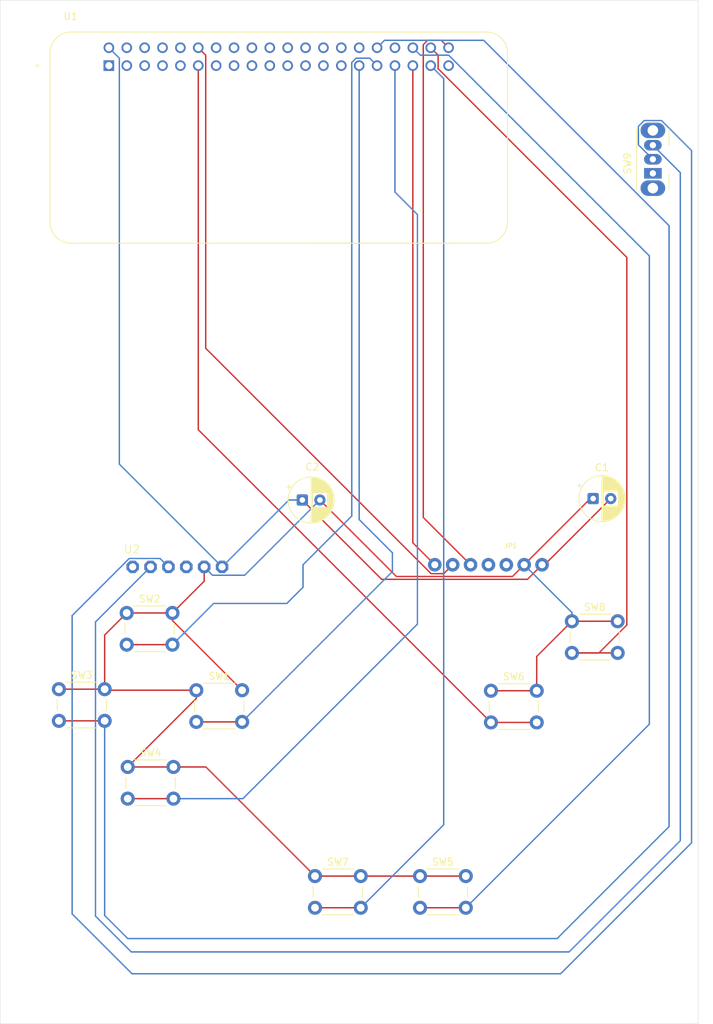
<source format=kicad_pcb>
(kicad_pcb (version 20241229) (generator "pcbnew") (generator_version "9.0")
  (layers (0 "F.Cu" signal) (2 "B.Cu" signal) (13 "F.Paste" user) (15 "B.Paste" user) (5 "F.SilkS" user "F.Silkscreen") (7 "B.SilkS" user "B.Silkscreen") (1 "F.Mask" user) (3 "B.Mask" user) (25 "Edge.Cuts" user))
  (net 0 "")
  (net 5 "Net-(U1-GPIO21)")
  (net 6 "Net-(U1-GPIO19)")
  (net 9 "Net-(U1-GPIO18{slash}GPIO_GEN1)")
  (net 11 "GND")
  (net 13 "Net-(U1-GPIO5)")
  (net 14 "Net-(U1-GPIO6)")
  (net 21 "Net-(U1-GPIO12)")
  (net 23 "Net-(U1-5V_2)")
  (net 31 "Net-(U1-GPIO13)")
  (net 32 "Net-(U1-GPIO16)")
  (net 33 "Net-(U1-GPIO17{slash}GPIO_GEN0)")
  (net 36 "Net-(U1-GPIO26)")
  (net 43 "Net-(U1-GPIO20)")
  (net 45 "Net-(SW9-B)")
  (net 47 "Net-(SW9-C)")
  (footprint "as-is:MODULE_RASPBERRY_PI_ZERO_2_W" (layer "F.Cu") (at 110.3875 47.0375)
    (property "Reference" "U1" (at -29.569 -17.2162 0) (layer "F.SilkS") (effects (font (size 1.00189 1.00189))))
    (property "Value" "RASPBERRY_PI_ZERO_2_W")
    (pad "" np_thru_hole circle (at -29 -11.5) (size 2.75 2.75) (drill 2.75) (layers "*.Cu" "*.Mask"))
    (pad "" np_thru_hole circle (at -29 11.5) (size 2.75 2.75) (drill 2.75) (layers "*.Cu" "*.Mask"))
    (pad "" np_thru_hole circle (at 29 -11.5) (size 2.75 2.75) (drill 2.75) (layers "*.Cu" "*.Mask"))
    (pad "" np_thru_hole circle (at 29 11.5) (size 2.75 2.75) (drill 2.75) (layers "*.Cu" "*.Mask"))
    (pad "1" thru_hole rect (at -24.13 -10.23) (size 1.508 1.508) (drill 1) (layers "*.Cu" "*.Mask"))
    (pad "2" thru_hole circle (at -24.13 -12.77) (size 1.508 1.508) (drill 1) (layers "*.Cu" "*.Mask") (net 23 "Net-(U1-5V_2)"))
    (pad "3" thru_hole circle (at -21.59 -10.23) (size 1.508 1.508) (drill 1) (layers "*.Cu" "*.Mask"))
    (pad "4" thru_hole circle (at -21.59 -12.77) (size 1.508 1.508) (drill 1) (layers "*.Cu" "*.Mask"))
    (pad "5" thru_hole circle (at -19.05 -10.23) (size 1.508 1.508) (drill 1) (layers "*.Cu" "*.Mask"))
    (pad "6" thru_hole circle (at -19.05 -12.77) (size 1.508 1.508) (drill 1) (layers "*.Cu" "*.Mask"))
    (pad "7" thru_hole circle (at -16.51 -10.23) (size 1.508 1.508) (drill 1) (layers "*.Cu" "*.Mask"))
    (pad "8" thru_hole circle (at -16.51 -12.77) (size 1.508 1.508) (drill 1) (layers "*.Cu" "*.Mask"))
    (pad "9" thru_hole circle (at -13.97 -10.23) (size 1.508 1.508) (drill 1) (layers "*.Cu" "*.Mask"))
    (pad "10" thru_hole circle (at -13.97 -12.77) (size 1.508 1.508) (drill 1) (layers "*.Cu" "*.Mask"))
    (pad "11" thru_hole circle (at -11.43 -10.23) (size 1.508 1.508) (drill 1) (layers "*.Cu" "*.Mask") (net 33 "Net-(U1-GPIO17{slash}GPIO_GEN0)"))
    (pad "12" thru_hole circle (at -11.43 -12.77) (size 1.508 1.508) (drill 1) (layers "*.Cu" "*.Mask") (net 9 "Net-(U1-GPIO18{slash}GPIO_GEN1)"))
    (pad "13" thru_hole circle (at -8.89 -10.23) (size 1.508 1.508) (drill 1) (layers "*.Cu" "*.Mask"))
    (pad "14" thru_hole circle (at -8.89 -12.77) (size 1.508 1.508) (drill 1) (layers "*.Cu" "*.Mask"))
    (pad "15" thru_hole circle (at -6.35 -10.23) (size 1.508 1.508) (drill 1) (layers "*.Cu" "*.Mask"))
    (pad "16" thru_hole circle (at -6.35 -12.77) (size 1.508 1.508) (drill 1) (layers "*.Cu" "*.Mask"))
    (pad "17" thru_hole circle (at -3.81 -10.23) (size 1.508 1.508) (drill 1) (layers "*.Cu" "*.Mask"))
    (pad "18" thru_hole circle (at -3.81 -12.77) (size 1.508 1.508) (drill 1) (layers "*.Cu" "*.Mask"))
    (pad "19" thru_hole circle (at -1.27 -10.23) (size 1.508 1.508) (drill 1) (layers "*.Cu" "*.Mask"))
    (pad "20" thru_hole circle (at -1.27 -12.77) (size 1.508 1.508) (drill 1) (layers "*.Cu" "*.Mask"))
    (pad "21" thru_hole circle (at 1.27 -10.23) (size 1.508 1.508) (drill 1) (layers "*.Cu" "*.Mask"))
    (pad "22" thru_hole circle (at 1.27 -12.77) (size 1.508 1.508) (drill 1) (layers "*.Cu" "*.Mask"))
    (pad "23" thru_hole circle (at 3.81 -10.23) (size 1.508 1.508) (drill 1) (layers "*.Cu" "*.Mask"))
    (pad "24" thru_hole circle (at 3.81 -12.77) (size 1.508 1.508) (drill 1) (layers "*.Cu" "*.Mask"))
    (pad "25" thru_hole circle (at 6.35 -10.23) (size 1.508 1.508) (drill 1) (layers "*.Cu" "*.Mask"))
    (pad "26" thru_hole circle (at 6.35 -12.77) (size 1.508 1.508) (drill 1) (layers "*.Cu" "*.Mask"))
    (pad "27" thru_hole circle (at 8.89 -10.23) (size 1.508 1.508) (drill 1) (layers "*.Cu" "*.Mask"))
    (pad "28" thru_hole circle (at 8.89 -12.77) (size 1.508 1.508) (drill 1) (layers "*.Cu" "*.Mask"))
    (pad "29" thru_hole circle (at 11.43 -10.23) (size 1.508 1.508) (drill 1) (layers "*.Cu" "*.Mask") (net 13 "Net-(U1-GPIO5)"))
    (pad "30" thru_hole circle (at 11.43 -12.77) (size 1.508 1.508) (drill 1) (layers "*.Cu" "*.Mask"))
    (pad "31" thru_hole circle (at 13.97 -10.23) (size 1.508 1.508) (drill 1) (layers "*.Cu" "*.Mask") (net 14 "Net-(U1-GPIO6)"))
    (pad "32" thru_hole circle (at 13.97 -12.77) (size 1.508 1.508) (drill 1) (layers "*.Cu" "*.Mask") (net 21 "Net-(U1-GPIO12)"))
    (pad "33" thru_hole circle (at 16.51 -10.23) (size 1.508 1.508) (drill 1) (layers "*.Cu" "*.Mask") (net 31 "Net-(U1-GPIO13)"))
    (pad "34" thru_hole circle (at 16.51 -12.77) (size 1.508 1.508) (drill 1) (layers "*.Cu" "*.Mask"))
    (pad "35" thru_hole circle (at 19.05 -10.23) (size 1.508 1.508) (drill 1) (layers "*.Cu" "*.Mask") (net 6 "Net-(U1-GPIO19)"))
    (pad "36" thru_hole circle (at 19.05 -12.77) (size 1.508 1.508) (drill 1) (layers "*.Cu" "*.Mask") (net 32 "Net-(U1-GPIO16)"))
    (pad "37" thru_hole circle (at 21.59 -10.23) (size 1.508 1.508) (drill 1) (layers "*.Cu" "*.Mask") (net 36 "Net-(U1-GPIO26)"))
    (pad "38" thru_hole circle (at 21.59 -12.77) (size 1.508 1.508) (drill 1) (layers "*.Cu" "*.Mask") (net 43 "Net-(U1-GPIO20)"))
    (pad "39" thru_hole circle (at 24.13 -10.23) (size 1.508 1.508) (drill 1) (layers "*.Cu" "*.Mask"))
    (pad "40" thru_hole circle (at 24.13 -12.77) (size 1.508 1.508) (drill 1) (layers "*.Cu" "*.Mask") (net 5 "Net-(U1-GPIO21)"))
  )
  (footprint "Button_Switch_THT:SW_PUSH_6mm_H5mm" (layer "F.Cu") (at 140.5375 125.6125)
    (property "Reference" "SW6" (at 3.25 -2 0) (layer "F.SilkS"))
    (property "Value" "SW_Push")
    (pad "1" thru_hole circle (at 0 0 90) (size 2 2) (drill 1.1) (layers "*.Cu" "*.Mask") (net 11 "GND"))
    (pad "1" thru_hole circle (at 6.5 0 90) (size 2 2) (drill 1.1) (layers "*.Cu" "*.Mask") (net 11 "GND"))
    (pad "2" thru_hole circle (at 0 4.5 90) (size 2 2) (drill 1.1) (layers "*.Cu" "*.Mask") (net 33 "Net-(U1-GPIO17{slash}GPIO_GEN0)"))
    (pad "2" thru_hole circle (at 6.5 4.5 90) (size 2 2) (drill 1.1) (layers "*.Cu" "*.Mask") (net 33 "Net-(U1-GPIO17{slash}GPIO_GEN0)"))
  )
  (footprint "Button_Switch_THT:SW_PUSH_6mm_H5mm" (layer "F.Cu") (at 115.5375 151.9375)
    (property "Reference" "SW7" (at 3.25 -2 0) (layer "F.SilkS"))
    (property "Value" "SW_Push")
    (pad "1" thru_hole circle (at 0 0 90) (size 2 2) (drill 1.1) (layers "*.Cu" "*.Mask") (net 11 "GND"))
    (pad "1" thru_hole circle (at 6.5 0 90) (size 2 2) (drill 1.1) (layers "*.Cu" "*.Mask") (net 11 "GND"))
    (pad "2" thru_hole circle (at 0 4.5 90) (size 2 2) (drill 1.1) (layers "*.Cu" "*.Mask") (net 36 "Net-(U1-GPIO26)"))
    (pad "2" thru_hole circle (at 6.5 4.5 90) (size 2 2) (drill 1.1) (layers "*.Cu" "*.Mask") (net 36 "Net-(U1-GPIO26)"))
  )
  (footprint "as-is:1X07_ROUND_76" (layer "F.Cu") (at 140.1775 107.7125)
    (property "Reference" "JP1" (at 2.16 -2.3 0) (layer "F.SilkS") (effects (font (size 0.666496 0.666496) (thickness 0.146304)) (justify left bottom)))
    (property "Value" "~")
    (pad "1" thru_hole circle (at -7.62 0 90) (size 1.9304 1.9304) (drill 1) (layers "*.Cu" "*.Mask") (net 6 "Net-(U1-GPIO19)"))
    (pad "2" thru_hole circle (at -5.08 0 90) (size 1.9304 1.9304) (drill 1) (layers "*.Cu" "*.Mask") (net 9 "Net-(U1-GPIO18{slash}GPIO_GEN1)"))
    (pad "3" thru_hole circle (at -2.54 0 90) (size 1.9304 1.9304) (drill 1) (layers "*.Cu" "*.Mask") (net 5 "Net-(U1-GPIO21)"))
    (pad "4" thru_hole circle (at 0 0 90) (size 1.9304 1.9304) (drill 1) (layers "*.Cu" "*.Mask"))
    (pad "5" thru_hole circle (at 2.54 0 90) (size 1.9304 1.9304) (drill 1) (layers "*.Cu" "*.Mask"))
    (pad "6" thru_hole circle (at 5.08 0 90) (size 1.9304 1.9304) (drill 1) (layers "*.Cu" "*.Mask") (net 11 "GND"))
    (pad "7" thru_hole circle (at 7.62 0 90) (size 1.9304 1.9304) (drill 1) (layers "*.Cu" "*.Mask") (net 23 "Net-(U1-5V_2)"))
  )
  (footprint "Button_Switch_THT:SW_PUSH_6mm_H5mm" (layer "F.Cu") (at 79.15625 125.3875)
    (property "Reference" "SW3" (at 3.25 -2 0) (layer "F.SilkS"))
    (property "Value" "SW_Push")
    (pad "1" thru_hole circle (at 0 0 90) (size 2 2) (drill 1.1) (layers "*.Cu" "*.Mask") (net 11 "GND"))
    (pad "1" thru_hole circle (at 6.5 0 90) (size 2 2) (drill 1.1) (layers "*.Cu" "*.Mask") (net 11 "GND"))
    (pad "2" thru_hole circle (at 0 4.5 90) (size 2 2) (drill 1.1) (layers "*.Cu" "*.Mask") (net 21 "Net-(U1-GPIO12)"))
    (pad "2" thru_hole circle (at 6.5 4.5 90) (size 2 2) (drill 1.1) (layers "*.Cu" "*.Mask") (net 21 "Net-(U1-GPIO12)"))
  )
  (footprint "Button_Switch_THT:SW_PUSH_6mm_H5mm" (layer "F.Cu") (at 88.93125 136.4375)
    (property "Reference" "SW4" (at 3.25 -2 0) (layer "F.SilkS"))
    (property "Value" "SW_Push")
    (pad "1" thru_hole circle (at 0 0 90) (size 2 2) (drill 1.1) (layers "*.Cu" "*.Mask") (net 11 "GND"))
    (pad "1" thru_hole circle (at 6.5 0 90) (size 2 2) (drill 1.1) (layers "*.Cu" "*.Mask") (net 11 "GND"))
    (pad "2" thru_hole circle (at 0 4.5 90) (size 2 2) (drill 1.1) (layers "*.Cu" "*.Mask") (net 31 "Net-(U1-GPIO13)"))
    (pad "2" thru_hole circle (at 6.5 4.5 90) (size 2 2) (drill 1.1) (layers "*.Cu" "*.Mask") (net 31 "Net-(U1-GPIO13)"))
  )
  (footprint "Button_Switch_THT:SW_PUSH_6mm_H5mm" (layer "F.Cu") (at 98.68125 125.5375)
    (property "Reference" "SW1" (at 3.25 -2 0) (layer "F.SilkS"))
    (property "Value" "SW_Push")
    (pad "1" thru_hole circle (at 0 0 90) (size 2 2) (drill 1.1) (layers "*.Cu" "*.Mask") (net 11 "GND"))
    (pad "1" thru_hole circle (at 6.5 0 90) (size 2 2) (drill 1.1) (layers "*.Cu" "*.Mask") (net 11 "GND"))
    (pad "2" thru_hole circle (at 0 4.5 90) (size 2 2) (drill 1.1) (layers "*.Cu" "*.Mask") (net 13 "Net-(U1-GPIO5)"))
    (pad "2" thru_hole circle (at 6.5 4.5 90) (size 2 2) (drill 1.1) (layers "*.Cu" "*.Mask") (net 13 "Net-(U1-GPIO5)"))
  )
  (footprint "Button_Switch_THT:SW_PUSH_6mm_H5mm" (layer "F.Cu") (at 130.4625 151.9375)
    (property "Reference" "SW5" (at 3.25 -2 0) (layer "F.SilkS"))
    (property "Value" "SW_Push")
    (pad "1" thru_hole circle (at 0 0 90) (size 2 2) (drill 1.1) (layers "*.Cu" "*.Mask") (net 11 "GND"))
    (pad "1" thru_hole circle (at 6.5 0 90) (size 2 2) (drill 1.1) (layers "*.Cu" "*.Mask") (net 11 "GND"))
    (pad "2" thru_hole circle (at 0 4.5 90) (size 2 2) (drill 1.1) (layers "*.Cu" "*.Mask") (net 32 "Net-(U1-GPIO16)"))
    (pad "2" thru_hole circle (at 6.5 4.5 90) (size 2 2) (drill 1.1) (layers "*.Cu" "*.Mask") (net 32 "Net-(U1-GPIO16)"))
  )
  (footprint "Capacitor_THT:CP_Radial_D6.3mm_P2.50mm" (layer "F.Cu") (at 155.055121 98.3125)
    (property "Reference" "C1" (at 1.25 -4.4 0) (layer "F.SilkS"))
    (property "Value" "C")
    (pad "1" thru_hole roundrect (at 0 0) (size 1.6 1.6) (drill 0.8) (layers "*.Cu" "*.Mask") (roundrect_rratio 0.15625) (net 11 "GND"))
    (pad "2" thru_hole circle (at 2.5 0) (size 1.6 1.6) (drill 0.8) (layers "*.Cu" "*.Mask") (net 23 "Net-(U1-5V_2)"))
  )
  (footprint "Capacitor_THT:CP_Radial_D6.3mm_P2.50mm" (layer "F.Cu") (at 113.7375 98.5125)
    (property "Reference" "C2" (at 1.4 -4.7 0) (layer "F.SilkS"))
    (property "Value" "C")
    (pad "1" thru_hole roundrect (at 0 0) (size 1.6 1.6) (drill 0.8) (layers "*.Cu" "*.Mask") (roundrect_rratio 0.15625) (net 23 "Net-(U1-5V_2)"))
    (pad "2" thru_hole circle (at 2.5 0) (size 1.6 1.6) (drill 0.8) (layers "*.Cu" "*.Mask") (net 11 "GND"))
  )
  (footprint "Button_Switch_THT:SW_PUSH_6mm_H5mm" (layer "F.Cu") (at 88.7875 114.5625)
    (property "Reference" "SW2" (at 3.25 -2 0) (layer "F.SilkS"))
    (property "Value" "SW_Push")
    (pad "1" thru_hole circle (at 0 0 90) (size 2 2) (drill 1.1) (layers "*.Cu" "*.Mask") (net 11 "GND"))
    (pad "1" thru_hole circle (at 6.5 0 90) (size 2 2) (drill 1.1) (layers "*.Cu" "*.Mask") (net 11 "GND"))
    (pad "2" thru_hole circle (at 0 4.5 90) (size 2 2) (drill 1.1) (layers "*.Cu" "*.Mask") (net 14 "Net-(U1-GPIO6)"))
    (pad "2" thru_hole circle (at 6.5 4.5 90) (size 2 2) (drill 1.1) (layers "*.Cu" "*.Mask") (net 14 "Net-(U1-GPIO6)"))
  )
  (footprint "as-is:1X06-CLEANBIG" (layer "F.Cu") (at 95.9875 108.0125)
    (property "Reference" "U2" (at -7.6962 -1.8288 0) (layer "F.SilkS") (effects (font (size 1.143 1.143) (thickness 0.127)) (justify left bottom)))
    (property "Value" "~")
    (pad "1" thru_hole roundrect (at -6.35 0 90) (size 1.778 1.778) (drill 1.016) (layers "*.Cu" "*.Mask") (chamfer_ratio 0.2928932188) (chamfer top_left top_right bottom_left bottom_right))
    (pad "2" thru_hole roundrect (at -3.81 0 90) (size 1.778 1.778) (drill 1.016) (layers "*.Cu" "*.Mask") (chamfer_ratio 0.2928932188) (chamfer top_left top_right bottom_left bottom_right) (net 47 "Net-(SW9-C)"))
    (pad "3" thru_hole roundrect (at -1.27 0 90) (size 1.778 1.778) (drill 1.016) (layers "*.Cu" "*.Mask") (chamfer_ratio 0.2928932188) (chamfer top_left top_right bottom_left bottom_right) (net 45 "Net-(SW9-B)"))
    (pad "4" thru_hole roundrect (at 1.27 0 90) (size 1.778 1.778) (drill 1.016) (layers "*.Cu" "*.Mask") (chamfer_ratio 0.2928932188) (chamfer top_left top_right bottom_left bottom_right))
    (pad "5" thru_hole roundrect (at 3.81 0 90) (size 1.778 1.778) (drill 1.016) (layers "*.Cu" "*.Mask") (chamfer_ratio 0.2928932188) (chamfer top_left top_right bottom_left bottom_right) (net 11 "GND"))
    (pad "6" thru_hole roundrect (at 6.35 0 90) (size 1.778 1.778) (drill 1.016) (layers "*.Cu" "*.Mask") (chamfer_ratio 0.2928932188) (chamfer top_left top_right bottom_left bottom_right) (net 23 "Net-(U1-5V_2)"))
  )
  (footprint "Button_Switch_THT:SW_Slide_SPDT_Angled_CK_OS102011MA1Q" (layer "F.Cu") (at 163.5375 52.1125 90)
    (property "Reference" "SW9" (at 1.4 -3.6 90) (layer "F.SilkS"))
    (property "Value" "SW_SPDT")
    (pad "" thru_hole oval (at -2.1 0 90) (size 2.2 3.5) (drill 1.5) (layers "*.Cu" "*.Mask"))
    (pad "" thru_hole oval (at 6.1 0 90) (size 2.2 3.5) (drill 1.5) (layers "*.Cu" "*.Mask"))
    (pad "1" thru_hole rect (at 0 0 90) (size 1.5 2.5) (drill 0.9) (layers "*.Cu" "*.Mask"))
    (pad "2" thru_hole oval (at 2 0 90) (size 1.5 2.5) (drill 0.9) (layers "*.Cu" "*.Mask") (net 45 "Net-(SW9-B)"))
    (pad "3" thru_hole oval (at 4 0 90) (size 1.5 2.5) (drill 0.9) (layers "*.Cu" "*.Mask") (net 47 "Net-(SW9-C)"))
  )
  (footprint "Button_Switch_THT:SW_PUSH_6mm_H5mm" (layer "F.Cu") (at 152.0375 115.7375)
    (property "Reference" "SW8" (at 3.25 -2 0) (layer "F.SilkS"))
    (property "Value" "SW_Push")
    (pad "1" thru_hole circle (at 0 0 90) (size 2 2) (drill 1.1) (layers "*.Cu" "*.Mask") (net 11 "GND"))
    (pad "1" thru_hole circle (at 6.5 0 90) (size 2 2) (drill 1.1) (layers "*.Cu" "*.Mask") (net 11 "GND"))
    (pad "2" thru_hole circle (at 0 4.5 90) (size 2 2) (drill 1.1) (layers "*.Cu" "*.Mask") (net 43 "Net-(U1-GPIO20)"))
    (pad "2" thru_hole circle (at 6.5 4.5 90) (size 2 2) (drill 1.1) (layers "*.Cu" "*.Mask") (net 43 "Net-(U1-GPIO20)"))
  )
  (gr_rect (start 70.8125 27.5125) (end 169.9875 172.9125) (stroke (width 0.05)) (fill no) (layer "Edge.Cuts"))
  (segment (start 131.540504 33.2125) (end 133.4625 33.2125) (width 0.2) (layer "F.Cu") (net 5))
  (segment (start 130.9225 33.830504) (end 131.540504 33.2125) (width 0.2) (layer "F.Cu") (net 5))
  (segment (start 133.4625 33.2125) (end 134.5175 34.2675) (width 0.2) (layer "F.Cu") (net 5))
  (segment (start 130.9225 100.9975) (end 130.9225 33.830504) (width 0.2) (layer "F.Cu") (net 5))
  (segment (start 137.6375 107.7125) (end 130.9225 100.9975) (width 0.2) (layer "F.Cu") (net 5))
  (segment (start 129.4375 104.5925) (end 129.4375 36.8075) (width 0.2) (layer "F.Cu") (net 6))
  (segment (start 132.5575 107.7125) (end 129.4375 104.5925) (width 0.2) (layer "F.Cu") (net 6))
  (segment (start 100.0125 35.3225) (end 98.9575 34.2675) (width 0.2) (layer "F.Cu") (net 9))
  (segment (start 133.8313 108.9787) (end 132.033022 108.9787) (width 0.2) (layer "F.Cu") (net 9))
  (segment (start 135.0975 107.7125) (end 133.8313 108.9787) (width 0.2) (layer "F.Cu") (net 9))
  (segment (start 132.033022 108.9787) (end 100.0125 76.958178) (width 0.2) (layer "F.Cu") (net 9))
  (segment (start 100.0125 76.958178) (end 100.0125 35.3225) (width 0.2) (layer "F.Cu") (net 9))
  (segment (start 98.68125 126.6875) (end 88.93125 136.4375) (width 0.2) (layer "F.Cu") (net 11))
  (segment (start 115.5375 151.9375) (end 100.0375 136.4375) (width 0.2) (layer "F.Cu") (net 11))
  (segment (start 122.0375 151.9375) (end 130.4625 151.9375) (width 0.2) (layer "F.Cu") (net 11))
  (segment (start 85.65625 117.69375) (end 85.65625 125.3875) (width 0.2) (layer "F.Cu") (net 11))
  (segment (start 85.80625 125.5375) (end 85.65625 125.3875) (width 0.2) (layer "F.Cu") (net 11))
  (segment (start 105.18125 125.5375) (end 95.2875 115.64375) (width 0.2) (layer "F.Cu") (net 11))
  (segment (start 154.788921 98.0463) (end 155.055121 98.3125) (width 0.2) (layer "F.Cu") (net 11))
  (segment (start 98.68125 125.5375) (end 98.68125 126.6875) (width 0.2) (layer "F.Cu") (net 11))
  (segment (start 130.4625 151.9375) (end 136.9625 151.9375) (width 0.2) (layer "F.Cu") (net 11))
  (segment (start 115.5375 151.9375) (end 122.0375 151.9375) (width 0.2) (layer "F.Cu") (net 11))
  (segment (start 152.0375 115.7375) (end 158.5375 115.7375) (width 0.2) (layer "F.Cu") (net 11))
  (segment (start 116.2375 98.5125) (end 127.1047 109.3797) (width 0.2) (layer "F.Cu") (net 11))
  (segment (start 147.0375 125.6125) (end 147.0375 120.7375) (width 0.2) (layer "F.Cu") (net 11))
  (segment (start 127.1047 109.3797) (end 143.5903 109.3797) (width 0.2) (layer "F.Cu") (net 11))
  (segment (start 154.6575 98.3125) (end 145.2575 107.7125) (width 0.2) (layer "F.Cu") (net 11))
  (segment (start 155.055121 98.3125) (end 154.6575 98.3125) (width 0.2) (layer "F.Cu") (net 11))
  (segment (start 98.68125 125.5375) (end 85.80625 125.5375) (width 0.2) (layer "F.Cu") (net 11))
  (segment (start 143.5903 109.3797) (end 145.2575 107.7125) (width 0.2) (layer "F.Cu") (net 11))
  (segment (start 95.2875 114.5625) (end 99.7975 110.0525) (width 0.2) (layer "F.Cu") (net 11))
  (segment (start 140.5375 125.6125) (end 147.0375 125.6125) (width 0.2) (layer "F.Cu") (net 11))
  (segment (start 147.0375 120.7375) (end 152.0375 115.7375) (width 0.2) (layer "F.Cu") (net 11))
  (segment (start 85.65625 125.3875) (end 79.15625 125.3875) (width 0.2) (layer "F.Cu") (net 11))
  (segment (start 88.93125 136.4375) (end 95.43125 136.4375) (width 0.2) (layer "F.Cu") (net 11))
  (segment (start 95.2875 115.64375) (end 95.2875 114.5625) (width 0.2) (layer "F.Cu") (net 11))
  (segment (start 100.0375 136.4375) (end 95.43125 136.4375) (width 0.2) (layer "F.Cu") (net 11))
  (segment (start 88.7875 114.5625) (end 85.65625 117.69375) (width 0.2) (layer "F.Cu") (net 11))
  (segment (start 95.2875 114.5625) (end 88.7875 114.5625) (width 0.2) (layer "F.Cu") (net 11))
  (segment (start 99.7975 110.0525) (end 99.7975 108.0125) (width 0.2) (layer "F.Cu") (net 11))
  (segment (start 100.9875 109.2025) (end 105.5475 109.2025) (width 0.2) (layer "B.Cu") (net 11))
  (segment (start 152.0375 114.4925) (end 152.0375 115.7375) (width 0.2) (layer "B.Cu") (net 11))
  (segment (start 105.5475 109.2025) (end 116.2375 98.5125) (width 0.2) (layer "B.Cu") (net 11))
  (segment (start 145.2575 107.7125) (end 152.0375 114.4925) (width 0.2) (layer "B.Cu") (net 11))
  (segment (start 99.7975 108.0125) (end 100.9875 109.2025) (width 0.2) (layer "B.Cu") (net 11))
  (segment (start 98.68125 130.0375) (end 105.18125 130.0375) (width 0.2) (layer "F.Cu") (net 13))
  (segment (start 121.8175 101.2925) (end 121.8175 36.8075) (width 0.2) (layer "B.Cu") (net 13))
  (segment (start 126.5375 108.68125) (end 126.5375 106.0125) (width 0.2) (layer "B.Cu") (net 13))
  (segment (start 105.18125 130.0375) (end 126.5375 108.68125) (width 0.2) (layer "B.Cu") (net 13))
  (segment (start 126.5375 106.0125) (end 121.8175 101.2925) (width 0.2) (layer "B.Cu") (net 13))
  (segment (start 88.7875 119.0625) (end 95.2875 119.0625) (width 0.2) (layer "F.Cu") (net 14))
  (segment (start 120.7625 100.7875) (end 120.7625 36.370504) (width 0.2) (layer "B.Cu") (net 14))
  (segment (start 113.8375 107.7125) (end 120.7625 100.7875) (width 0.2) (layer "B.Cu") (net 14))
  (segment (start 123.3025 35.7525) (end 124.3575 36.8075) (width 0.2) (layer "B.Cu") (net 14))
  (segment (start 113.8375 110.9125) (end 113.8375 107.7125) (width 0.2) (layer "B.Cu") (net 14))
  (segment (start 121.380504 35.7525) (end 123.3025 35.7525) (width 0.2) (layer "B.Cu") (net 14))
  (segment (start 120.7625 36.370504) (end 121.380504 35.7525) (width 0.2) (layer "B.Cu") (net 14))
  (segment (start 95.2875 119.0625) (end 101.1375 113.2125) (width 0.2) (layer "B.Cu") (net 14))
  (segment (start 111.5375 113.2125) (end 113.8375 110.9125) (width 0.2) (layer "B.Cu") (net 14))
  (segment (start 101.1375 113.2125) (end 111.5375 113.2125) (width 0.2) (layer "B.Cu") (net 14))
  (segment (start 79.15625 129.8875) (end 85.65625 129.8875) (width 0.2) (layer "F.Cu") (net 21))
  (segment (start 85.65625 129.8875) (end 85.65625 157.53125) (width 0.2) (layer "B.Cu") (net 21))
  (segment (start 85.65625 157.53125) (end 88.9375 160.8125) (width 0.2) (layer "B.Cu") (net 21))
  (segment (start 165.8375 144.9125) (end 165.8375 59.546567) (width 0.2) (layer "B.Cu") (net 21))
  (segment (start 139.503433 33.2125) (end 125.4125 33.2125) (width 0.2) (layer "B.Cu") (net 21))
  (segment (start 125.4125 33.2125) (end 124.3575 34.2675) (width 0.2) (layer "B.Cu") (net 21))
  (segment (start 88.9375 160.8125) (end 149.9375 160.8125) (width 0.2) (layer "B.Cu") (net 21))
  (segment (start 165.8375 59.546567) (end 139.503433 33.2125) (width 0.2) (layer "B.Cu") (net 21))
  (segment (start 149.9375 160.8125) (end 165.8375 144.9125) (width 0.2) (layer "B.Cu") (net 21))
  (segment (start 125.0057 109.7807) (end 145.7293 109.7807) (width 0.2) (layer "F.Cu") (net 23))
  (segment (start 148.155121 107.7125) (end 147.7975 107.7125) (width 0.2) (layer "F.Cu") (net 23))
  (segment (start 145.7293 109.7807) (end 147.7975 107.7125) (width 0.2) (layer "F.Cu") (net 23))
  (segment (start 113.7375 98.5125) (end 125.0057 109.7807) (width 0.2) (layer "F.Cu") (net 23))
  (segment (start 157.555121 98.3125) (end 148.155121 107.7125) (width 0.2) (layer "F.Cu") (net 23))
  (segment (start 102.3375 108.0125) (end 87.7425 93.4175) (width 0.2) (layer "B.Cu") (net 23))
  (segment (start 87.7425 93.4175) (end 87.7425 35.7525) (width 0.2) (layer "B.Cu") (net 23))
  (segment (start 102.3375 108.0125) (end 111.8375 98.5125) (width 0.2) (layer "B.Cu") (net 23))
  (segment (start 87.7425 35.7525) (end 86.2575 34.2675) (width 0.2) (layer "B.Cu") (net 23))
  (segment (start 111.8375 98.5125) (end 113.7375 98.5125) (width 0.2) (layer "B.Cu") (net 23))
  (segment (start 88.93125 140.9375) (end 95.43125 140.9375) (width 0.2) (layer "F.Cu") (net 31))
  (segment (start 126.8975 54.7725) (end 126.8975 36.8075) (width 0.2) (layer "B.Cu") (net 31))
  (segment (start 130.0913 116.14325) (end 130.0913 57.9663) (width 0.2) (layer "B.Cu") (net 31))
  (segment (start 95.43125 140.9375) (end 105.29705 140.9375) (width 0.2) (layer "B.Cu") (net 31))
  (segment (start 105.29705 140.9375) (end 130.0913 116.14325) (width 0.2) (layer "B.Cu") (net 31))
  (segment (start 130.0913 57.9663) (end 126.8975 54.7725) (width 0.2) (layer "B.Cu") (net 31))
  (segment (start 136.9625 156.4375) (end 130.4625 156.4375) (width 0.2) (layer "F.Cu") (net 32))
  (segment (start 163.0375 130.3625) (end 163.0375 63.835504) (width 0.2) (layer "B.Cu") (net 32))
  (segment (start 134.524496 35.3225) (end 130.4925 35.3225) (width 0.2) (layer "B.Cu") (net 32))
  (segment (start 136.9625 156.4375) (end 163.0375 130.3625) (width 0.2) (layer "B.Cu") (net 32))
  (segment (start 163.0375 63.835504) (end 134.524496 35.3225) (width 0.2) (layer "B.Cu") (net 32))
  (segment (start 130.4925 35.3225) (end 129.4375 34.2675) (width 0.2) (layer "B.Cu") (net 32))
  (segment (start 98.9575 88.5325) (end 98.9575 36.8075) (width 0.2) (layer "F.Cu") (net 33))
  (segment (start 140.5375 130.1125) (end 98.9575 88.5325) (width 0.2) (layer "F.Cu") (net 33))
  (segment (start 140.5375 130.1125) (end 147.0375 130.1125) (width 0.2) (layer "F.Cu") (net 33))
  (segment (start 115.5375 156.4375) (end 122.0375 156.4375) (width 0.2) (layer "F.Cu") (net 36))
  (segment (start 133.8237 144.6513) (end 133.8237 38.6537) (width 0.2) (layer "B.Cu") (net 36))
  (segment (start 133.8237 38.6537) (end 131.9775 36.8075) (width 0.2) (layer "B.Cu") (net 36))
  (segment (start 122.0375 156.4375) (end 133.8237 144.6513) (width 0.2) (layer "B.Cu") (net 36))
  (segment (start 152.0375 120.2375) (end 155.877392 120.2375) (width 0.2) (layer "F.Cu") (net 43))
  (segment (start 159.8385 64.050496) (end 133.0325 37.244496) (width 0.2) (layer "F.Cu") (net 43))
  (segment (start 133.0325 35.3225) (end 131.9775 34.2675) (width 0.2) (layer "F.Cu") (net 43))
  (segment (start 133.0325 37.244496) (end 133.0325 35.3225) (width 0.2) (layer "F.Cu") (net 43))
  (segment (start 155.877392 120.2375) (end 159.8385 116.276392) (width 0.2) (layer "F.Cu") (net 43))
  (segment (start 159.8385 116.276392) (end 159.8385 64.050496) (width 0.2) (layer "F.Cu") (net 43))
  (segment (start 158.5375 120.2375) (end 152.0375 120.2375) (width 0.2) (layer "F.Cu") (net 43))
  (segment (start 94.7175 108.0125) (end 93.5275 106.8225) (width 0.2) (layer "B.Cu") (net 45))
  (segment (start 169.0385 147.2115) (end 169.0385 48.882187) (width 0.2) (layer "B.Cu") (net 45))
  (segment (start 81.0365 157.3115) (end 89.5375 165.8125) (width 0.2) (layer "B.Cu") (net 45))
  (segment (start 150.4375 165.8125) (end 169.0385 147.2115) (width 0.2) (layer "B.Cu") (net 45))
  (segment (start 161.4865 45.432187) (end 161.4865 48.0615) (width 0.2) (layer "B.Cu") (net 45))
  (segment (start 81.0365 114.930586) (end 81.0365 157.3115) (width 0.2) (layer "B.Cu") (net 45))
  (segment (start 164.767813 44.6115) (end 162.307187 44.6115) (width 0.2) (layer "B.Cu") (net 45))
  (segment (start 162.307187 44.6115) (end 161.4865 45.432187) (width 0.2) (layer "B.Cu") (net 45))
  (segment (start 89.144586 106.8225) (end 81.0365 114.930586) (width 0.2) (layer "B.Cu") (net 45))
  (segment (start 161.4865 48.0615) (end 163.5375 50.1125) (width 0.2) (layer "B.Cu") (net 45))
  (segment (start 89.5375 165.8125) (end 150.4375 165.8125) (width 0.2) (layer "B.Cu") (net 45))
  (segment (start 169.0385 48.882187) (end 164.767813 44.6115) (width 0.2) (layer "B.Cu") (net 45))
  (segment (start 93.5275 106.8225) (end 89.144586 106.8225) (width 0.2) (layer "B.Cu") (net 45))
  (segment (start 163.5375 48.1125) (end 167.4375 52.0125) (width 0.2) (layer "B.Cu") (net 47))
  (segment (start 92.1775 108.0125) (end 84.35525 115.83475) (width 0.2) (layer "B.Cu") (net 47))
  (segment (start 89.4375 162.7125) (end 151.6375 162.7125) (width 0.2) (layer "B.Cu") (net 47))
  (segment (start 84.35525 157.63025) (end 89.4375 162.7125) (width 0.2) (layer "B.Cu") (net 47))
  (segment (start 167.4375 52.0125) (end 167.4375 146.9125) (width 0.2) (layer "B.Cu") (net 47))
  (segment (start 84.35525 115.83475) (end 84.35525 157.63025) (width 0.2) (layer "B.Cu") (net 47))
  (segment (start 167.4375 146.9125) (end 151.6375 162.7125) (width 0.2) (layer "B.Cu") (net 47))
)
</source>
